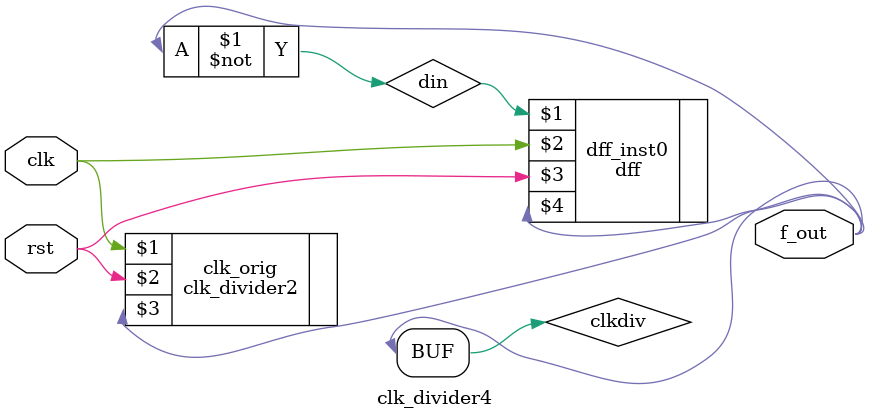
<source format=v>
`timescale 1ns / 1ps

module clk_divider4(input clk, input rst, output f_out); 		//using previous divider to obtain f0/2
	clk_divider2 clk_orig(clk, rst, f_out);
	wire din;													//dff input	
	wire clkdiv; 												//dff output
	dff dff_inst0(din, clk, rst, clkdiv);
	assign din = ~clkdiv;										//inverter for dff input		
	assign f_out = clkdiv;										//final frequency output to obtain f0/4
endmodule
</source>
